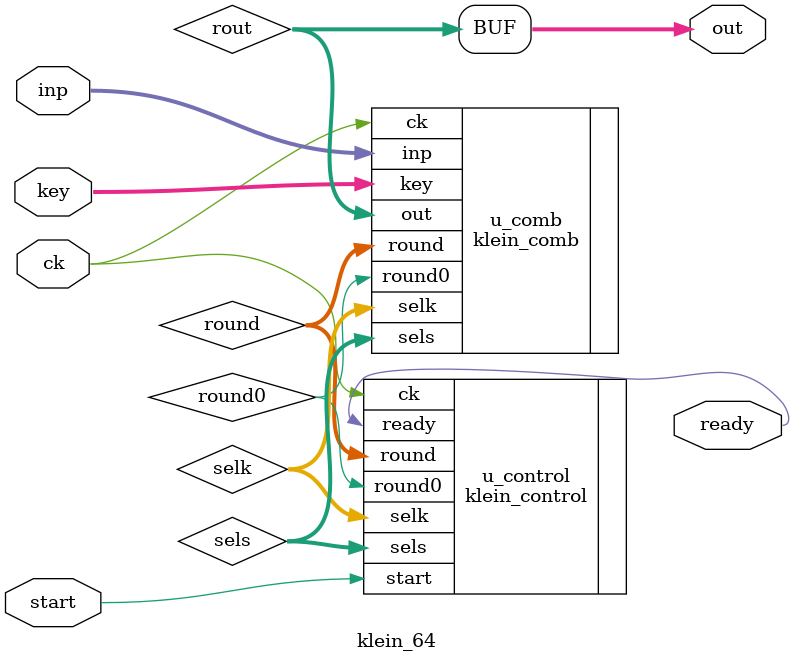
<source format=v>
module  klein_64  ( start , inp , key , ck , ready , out ) ;


input   start ;
input   [0:7]  inp ;  // Data input
input   [0:7]  key ;  // Key input
input   ck ; // Rising edge clock

output  ready ;
output  [0:7]  out ;  // Data output

wire    round0 ;
wire    [0:3]  round ;
wire    [0:7]  rout;
wire    [0:3]  sels;
wire    [0:3]  selk;


//( start , ck , rn , round0 ,  round, active , ready, sels, selk )
klein_control  u_control  (
  .start   ( start   ) ,
  .ck      ( ck      ) ,
  .round0  ( round0  ) ,
  .round   ( round   ) ,
  .ready   ( ready   ) ,
  .sels    ( sels    ) ,
  .selk    ( selk    ) 
) ;

//( inp, key, round0, round, sels, selk, out, clk, rst) 
klein_comb  u_comb  (
  .inp     ( inp    ), 
  .key     ( key    ), 
  .round0  ( round0 ), 
  .ck      ( ck     ) ,
  .round   ( round  ),
  .sels    ( sels   ),
  .selk    ( selk   ), 
  .out     ( rout   )
) ;

assign  out  =  rout ;


endmodule

</source>
